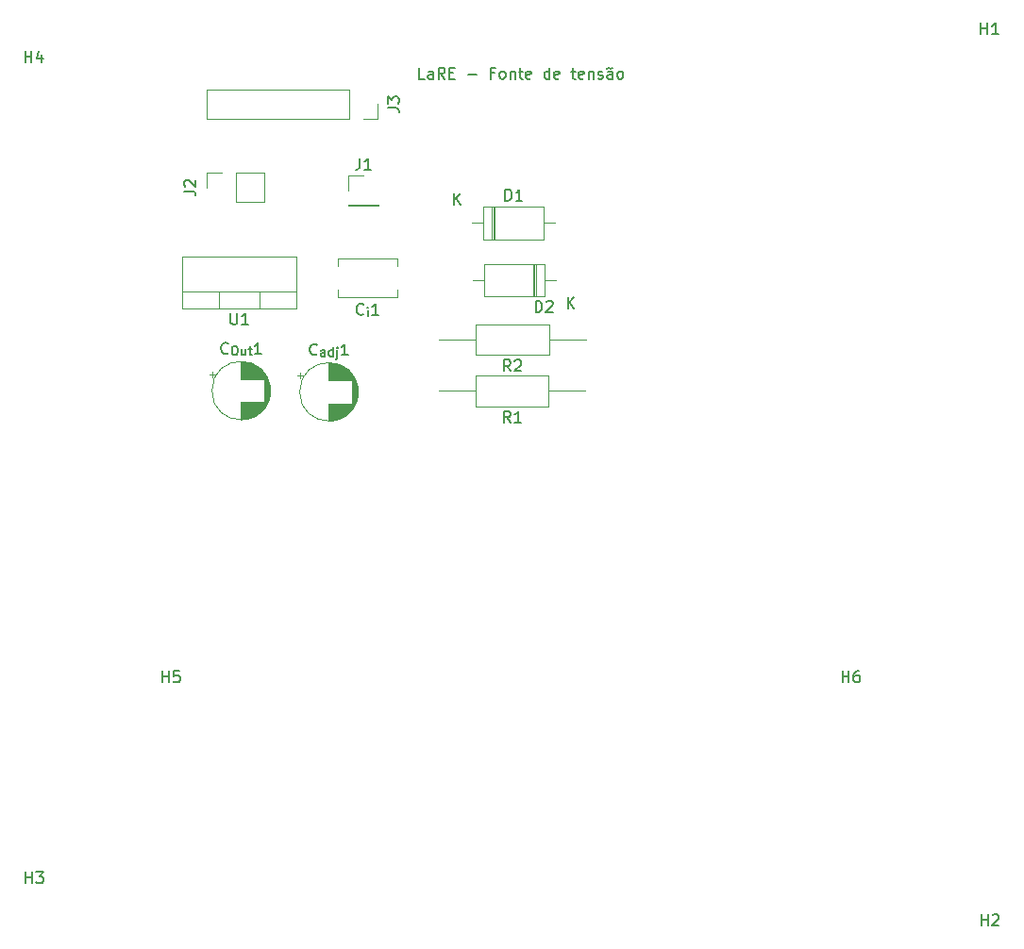
<source format=gbr>
%TF.GenerationSoftware,KiCad,Pcbnew,8.0.3*%
%TF.CreationDate,2024-06-12T06:35:03+01:00*%
%TF.ProjectId,power_sources,706f7765-725f-4736-9f75-726365732e6b,rev?*%
%TF.SameCoordinates,Original*%
%TF.FileFunction,Legend,Top*%
%TF.FilePolarity,Positive*%
%FSLAX46Y46*%
G04 Gerber Fmt 4.6, Leading zero omitted, Abs format (unit mm)*
G04 Created by KiCad (PCBNEW 8.0.3) date 2024-06-12 06:35:03*
%MOMM*%
%LPD*%
G01*
G04 APERTURE LIST*
%ADD10C,0.200000*%
%ADD11C,0.150000*%
%ADD12C,0.120000*%
G04 APERTURE END LIST*
D10*
X130245863Y-45597219D02*
X129769673Y-45597219D01*
X129769673Y-45597219D02*
X129769673Y-44597219D01*
X131007768Y-45597219D02*
X131007768Y-45073409D01*
X131007768Y-45073409D02*
X130960149Y-44978171D01*
X130960149Y-44978171D02*
X130864911Y-44930552D01*
X130864911Y-44930552D02*
X130674435Y-44930552D01*
X130674435Y-44930552D02*
X130579197Y-44978171D01*
X131007768Y-45549600D02*
X130912530Y-45597219D01*
X130912530Y-45597219D02*
X130674435Y-45597219D01*
X130674435Y-45597219D02*
X130579197Y-45549600D01*
X130579197Y-45549600D02*
X130531578Y-45454361D01*
X130531578Y-45454361D02*
X130531578Y-45359123D01*
X130531578Y-45359123D02*
X130579197Y-45263885D01*
X130579197Y-45263885D02*
X130674435Y-45216266D01*
X130674435Y-45216266D02*
X130912530Y-45216266D01*
X130912530Y-45216266D02*
X131007768Y-45168647D01*
X132055387Y-45597219D02*
X131722054Y-45121028D01*
X131483959Y-45597219D02*
X131483959Y-44597219D01*
X131483959Y-44597219D02*
X131864911Y-44597219D01*
X131864911Y-44597219D02*
X131960149Y-44644838D01*
X131960149Y-44644838D02*
X132007768Y-44692457D01*
X132007768Y-44692457D02*
X132055387Y-44787695D01*
X132055387Y-44787695D02*
X132055387Y-44930552D01*
X132055387Y-44930552D02*
X132007768Y-45025790D01*
X132007768Y-45025790D02*
X131960149Y-45073409D01*
X131960149Y-45073409D02*
X131864911Y-45121028D01*
X131864911Y-45121028D02*
X131483959Y-45121028D01*
X132483959Y-45073409D02*
X132817292Y-45073409D01*
X132960149Y-45597219D02*
X132483959Y-45597219D01*
X132483959Y-45597219D02*
X132483959Y-44597219D01*
X132483959Y-44597219D02*
X132960149Y-44597219D01*
X134150626Y-45216266D02*
X134912531Y-45216266D01*
X136483959Y-45073409D02*
X136150626Y-45073409D01*
X136150626Y-45597219D02*
X136150626Y-44597219D01*
X136150626Y-44597219D02*
X136626816Y-44597219D01*
X137150626Y-45597219D02*
X137055388Y-45549600D01*
X137055388Y-45549600D02*
X137007769Y-45501980D01*
X137007769Y-45501980D02*
X136960150Y-45406742D01*
X136960150Y-45406742D02*
X136960150Y-45121028D01*
X136960150Y-45121028D02*
X137007769Y-45025790D01*
X137007769Y-45025790D02*
X137055388Y-44978171D01*
X137055388Y-44978171D02*
X137150626Y-44930552D01*
X137150626Y-44930552D02*
X137293483Y-44930552D01*
X137293483Y-44930552D02*
X137388721Y-44978171D01*
X137388721Y-44978171D02*
X137436340Y-45025790D01*
X137436340Y-45025790D02*
X137483959Y-45121028D01*
X137483959Y-45121028D02*
X137483959Y-45406742D01*
X137483959Y-45406742D02*
X137436340Y-45501980D01*
X137436340Y-45501980D02*
X137388721Y-45549600D01*
X137388721Y-45549600D02*
X137293483Y-45597219D01*
X137293483Y-45597219D02*
X137150626Y-45597219D01*
X137912531Y-44930552D02*
X137912531Y-45597219D01*
X137912531Y-45025790D02*
X137960150Y-44978171D01*
X137960150Y-44978171D02*
X138055388Y-44930552D01*
X138055388Y-44930552D02*
X138198245Y-44930552D01*
X138198245Y-44930552D02*
X138293483Y-44978171D01*
X138293483Y-44978171D02*
X138341102Y-45073409D01*
X138341102Y-45073409D02*
X138341102Y-45597219D01*
X138674436Y-44930552D02*
X139055388Y-44930552D01*
X138817293Y-44597219D02*
X138817293Y-45454361D01*
X138817293Y-45454361D02*
X138864912Y-45549600D01*
X138864912Y-45549600D02*
X138960150Y-45597219D01*
X138960150Y-45597219D02*
X139055388Y-45597219D01*
X139769674Y-45549600D02*
X139674436Y-45597219D01*
X139674436Y-45597219D02*
X139483960Y-45597219D01*
X139483960Y-45597219D02*
X139388722Y-45549600D01*
X139388722Y-45549600D02*
X139341103Y-45454361D01*
X139341103Y-45454361D02*
X139341103Y-45073409D01*
X139341103Y-45073409D02*
X139388722Y-44978171D01*
X139388722Y-44978171D02*
X139483960Y-44930552D01*
X139483960Y-44930552D02*
X139674436Y-44930552D01*
X139674436Y-44930552D02*
X139769674Y-44978171D01*
X139769674Y-44978171D02*
X139817293Y-45073409D01*
X139817293Y-45073409D02*
X139817293Y-45168647D01*
X139817293Y-45168647D02*
X139341103Y-45263885D01*
X141436341Y-45597219D02*
X141436341Y-44597219D01*
X141436341Y-45549600D02*
X141341103Y-45597219D01*
X141341103Y-45597219D02*
X141150627Y-45597219D01*
X141150627Y-45597219D02*
X141055389Y-45549600D01*
X141055389Y-45549600D02*
X141007770Y-45501980D01*
X141007770Y-45501980D02*
X140960151Y-45406742D01*
X140960151Y-45406742D02*
X140960151Y-45121028D01*
X140960151Y-45121028D02*
X141007770Y-45025790D01*
X141007770Y-45025790D02*
X141055389Y-44978171D01*
X141055389Y-44978171D02*
X141150627Y-44930552D01*
X141150627Y-44930552D02*
X141341103Y-44930552D01*
X141341103Y-44930552D02*
X141436341Y-44978171D01*
X142293484Y-45549600D02*
X142198246Y-45597219D01*
X142198246Y-45597219D02*
X142007770Y-45597219D01*
X142007770Y-45597219D02*
X141912532Y-45549600D01*
X141912532Y-45549600D02*
X141864913Y-45454361D01*
X141864913Y-45454361D02*
X141864913Y-45073409D01*
X141864913Y-45073409D02*
X141912532Y-44978171D01*
X141912532Y-44978171D02*
X142007770Y-44930552D01*
X142007770Y-44930552D02*
X142198246Y-44930552D01*
X142198246Y-44930552D02*
X142293484Y-44978171D01*
X142293484Y-44978171D02*
X142341103Y-45073409D01*
X142341103Y-45073409D02*
X142341103Y-45168647D01*
X142341103Y-45168647D02*
X141864913Y-45263885D01*
X143388723Y-44930552D02*
X143769675Y-44930552D01*
X143531580Y-44597219D02*
X143531580Y-45454361D01*
X143531580Y-45454361D02*
X143579199Y-45549600D01*
X143579199Y-45549600D02*
X143674437Y-45597219D01*
X143674437Y-45597219D02*
X143769675Y-45597219D01*
X144483961Y-45549600D02*
X144388723Y-45597219D01*
X144388723Y-45597219D02*
X144198247Y-45597219D01*
X144198247Y-45597219D02*
X144103009Y-45549600D01*
X144103009Y-45549600D02*
X144055390Y-45454361D01*
X144055390Y-45454361D02*
X144055390Y-45073409D01*
X144055390Y-45073409D02*
X144103009Y-44978171D01*
X144103009Y-44978171D02*
X144198247Y-44930552D01*
X144198247Y-44930552D02*
X144388723Y-44930552D01*
X144388723Y-44930552D02*
X144483961Y-44978171D01*
X144483961Y-44978171D02*
X144531580Y-45073409D01*
X144531580Y-45073409D02*
X144531580Y-45168647D01*
X144531580Y-45168647D02*
X144055390Y-45263885D01*
X144960152Y-44930552D02*
X144960152Y-45597219D01*
X144960152Y-45025790D02*
X145007771Y-44978171D01*
X145007771Y-44978171D02*
X145103009Y-44930552D01*
X145103009Y-44930552D02*
X145245866Y-44930552D01*
X145245866Y-44930552D02*
X145341104Y-44978171D01*
X145341104Y-44978171D02*
X145388723Y-45073409D01*
X145388723Y-45073409D02*
X145388723Y-45597219D01*
X145817295Y-45549600D02*
X145912533Y-45597219D01*
X145912533Y-45597219D02*
X146103009Y-45597219D01*
X146103009Y-45597219D02*
X146198247Y-45549600D01*
X146198247Y-45549600D02*
X146245866Y-45454361D01*
X146245866Y-45454361D02*
X146245866Y-45406742D01*
X146245866Y-45406742D02*
X146198247Y-45311504D01*
X146198247Y-45311504D02*
X146103009Y-45263885D01*
X146103009Y-45263885D02*
X145960152Y-45263885D01*
X145960152Y-45263885D02*
X145864914Y-45216266D01*
X145864914Y-45216266D02*
X145817295Y-45121028D01*
X145817295Y-45121028D02*
X145817295Y-45073409D01*
X145817295Y-45073409D02*
X145864914Y-44978171D01*
X145864914Y-44978171D02*
X145960152Y-44930552D01*
X145960152Y-44930552D02*
X146103009Y-44930552D01*
X146103009Y-44930552D02*
X146198247Y-44978171D01*
X147103009Y-45597219D02*
X147103009Y-45073409D01*
X147103009Y-45073409D02*
X147055390Y-44978171D01*
X147055390Y-44978171D02*
X146960152Y-44930552D01*
X146960152Y-44930552D02*
X146769676Y-44930552D01*
X146769676Y-44930552D02*
X146674438Y-44978171D01*
X147103009Y-45549600D02*
X147007771Y-45597219D01*
X147007771Y-45597219D02*
X146769676Y-45597219D01*
X146769676Y-45597219D02*
X146674438Y-45549600D01*
X146674438Y-45549600D02*
X146626819Y-45454361D01*
X146626819Y-45454361D02*
X146626819Y-45359123D01*
X146626819Y-45359123D02*
X146674438Y-45263885D01*
X146674438Y-45263885D02*
X146769676Y-45216266D01*
X146769676Y-45216266D02*
X147007771Y-45216266D01*
X147007771Y-45216266D02*
X147103009Y-45168647D01*
X146626819Y-44692457D02*
X146674438Y-44644838D01*
X146674438Y-44644838D02*
X146769676Y-44597219D01*
X146769676Y-44597219D02*
X146960152Y-44692457D01*
X146960152Y-44692457D02*
X147055390Y-44644838D01*
X147055390Y-44644838D02*
X147103009Y-44597219D01*
X147722057Y-45597219D02*
X147626819Y-45549600D01*
X147626819Y-45549600D02*
X147579200Y-45501980D01*
X147579200Y-45501980D02*
X147531581Y-45406742D01*
X147531581Y-45406742D02*
X147531581Y-45121028D01*
X147531581Y-45121028D02*
X147579200Y-45025790D01*
X147579200Y-45025790D02*
X147626819Y-44978171D01*
X147626819Y-44978171D02*
X147722057Y-44930552D01*
X147722057Y-44930552D02*
X147864914Y-44930552D01*
X147864914Y-44930552D02*
X147960152Y-44978171D01*
X147960152Y-44978171D02*
X148007771Y-45025790D01*
X148007771Y-45025790D02*
X148055390Y-45121028D01*
X148055390Y-45121028D02*
X148055390Y-45406742D01*
X148055390Y-45406742D02*
X148007771Y-45501980D01*
X148007771Y-45501980D02*
X147960152Y-45549600D01*
X147960152Y-45549600D02*
X147864914Y-45597219D01*
X147864914Y-45597219D02*
X147722057Y-45597219D01*
D11*
X108684819Y-55678333D02*
X109399104Y-55678333D01*
X109399104Y-55678333D02*
X109541961Y-55725952D01*
X109541961Y-55725952D02*
X109637200Y-55821190D01*
X109637200Y-55821190D02*
X109684819Y-55964047D01*
X109684819Y-55964047D02*
X109684819Y-56059285D01*
X108780057Y-55249761D02*
X108732438Y-55202142D01*
X108732438Y-55202142D02*
X108684819Y-55106904D01*
X108684819Y-55106904D02*
X108684819Y-54868809D01*
X108684819Y-54868809D02*
X108732438Y-54773571D01*
X108732438Y-54773571D02*
X108780057Y-54725952D01*
X108780057Y-54725952D02*
X108875295Y-54678333D01*
X108875295Y-54678333D02*
X108970533Y-54678333D01*
X108970533Y-54678333D02*
X109113390Y-54725952D01*
X109113390Y-54725952D02*
X109684819Y-55297380D01*
X109684819Y-55297380D02*
X109684819Y-54678333D01*
X140211905Y-66524819D02*
X140211905Y-65524819D01*
X140211905Y-65524819D02*
X140450000Y-65524819D01*
X140450000Y-65524819D02*
X140592857Y-65572438D01*
X140592857Y-65572438D02*
X140688095Y-65667676D01*
X140688095Y-65667676D02*
X140735714Y-65762914D01*
X140735714Y-65762914D02*
X140783333Y-65953390D01*
X140783333Y-65953390D02*
X140783333Y-66096247D01*
X140783333Y-66096247D02*
X140735714Y-66286723D01*
X140735714Y-66286723D02*
X140688095Y-66381961D01*
X140688095Y-66381961D02*
X140592857Y-66477200D01*
X140592857Y-66477200D02*
X140450000Y-66524819D01*
X140450000Y-66524819D02*
X140211905Y-66524819D01*
X141164286Y-65620057D02*
X141211905Y-65572438D01*
X141211905Y-65572438D02*
X141307143Y-65524819D01*
X141307143Y-65524819D02*
X141545238Y-65524819D01*
X141545238Y-65524819D02*
X141640476Y-65572438D01*
X141640476Y-65572438D02*
X141688095Y-65620057D01*
X141688095Y-65620057D02*
X141735714Y-65715295D01*
X141735714Y-65715295D02*
X141735714Y-65810533D01*
X141735714Y-65810533D02*
X141688095Y-65953390D01*
X141688095Y-65953390D02*
X141116667Y-66524819D01*
X141116667Y-66524819D02*
X141735714Y-66524819D01*
X143088095Y-66214819D02*
X143088095Y-65214819D01*
X143659523Y-66214819D02*
X143230952Y-65643390D01*
X143659523Y-65214819D02*
X143088095Y-65786247D01*
X126934819Y-48193333D02*
X127649104Y-48193333D01*
X127649104Y-48193333D02*
X127791961Y-48240952D01*
X127791961Y-48240952D02*
X127887200Y-48336190D01*
X127887200Y-48336190D02*
X127934819Y-48479047D01*
X127934819Y-48479047D02*
X127934819Y-48574285D01*
X126934819Y-47812380D02*
X126934819Y-47193333D01*
X126934819Y-47193333D02*
X127315771Y-47526666D01*
X127315771Y-47526666D02*
X127315771Y-47383809D01*
X127315771Y-47383809D02*
X127363390Y-47288571D01*
X127363390Y-47288571D02*
X127411009Y-47240952D01*
X127411009Y-47240952D02*
X127506247Y-47193333D01*
X127506247Y-47193333D02*
X127744342Y-47193333D01*
X127744342Y-47193333D02*
X127839580Y-47240952D01*
X127839580Y-47240952D02*
X127887200Y-47288571D01*
X127887200Y-47288571D02*
X127934819Y-47383809D01*
X127934819Y-47383809D02*
X127934819Y-47669523D01*
X127934819Y-47669523D02*
X127887200Y-47764761D01*
X127887200Y-47764761D02*
X127839580Y-47812380D01*
X137943333Y-71824819D02*
X137610000Y-71348628D01*
X137371905Y-71824819D02*
X137371905Y-70824819D01*
X137371905Y-70824819D02*
X137752857Y-70824819D01*
X137752857Y-70824819D02*
X137848095Y-70872438D01*
X137848095Y-70872438D02*
X137895714Y-70920057D01*
X137895714Y-70920057D02*
X137943333Y-71015295D01*
X137943333Y-71015295D02*
X137943333Y-71158152D01*
X137943333Y-71158152D02*
X137895714Y-71253390D01*
X137895714Y-71253390D02*
X137848095Y-71301009D01*
X137848095Y-71301009D02*
X137752857Y-71348628D01*
X137752857Y-71348628D02*
X137371905Y-71348628D01*
X138324286Y-70920057D02*
X138371905Y-70872438D01*
X138371905Y-70872438D02*
X138467143Y-70824819D01*
X138467143Y-70824819D02*
X138705238Y-70824819D01*
X138705238Y-70824819D02*
X138800476Y-70872438D01*
X138800476Y-70872438D02*
X138848095Y-70920057D01*
X138848095Y-70920057D02*
X138895714Y-71015295D01*
X138895714Y-71015295D02*
X138895714Y-71110533D01*
X138895714Y-71110533D02*
X138848095Y-71253390D01*
X138848095Y-71253390D02*
X138276667Y-71824819D01*
X138276667Y-71824819D02*
X138895714Y-71824819D01*
X112838095Y-66634819D02*
X112838095Y-67444342D01*
X112838095Y-67444342D02*
X112885714Y-67539580D01*
X112885714Y-67539580D02*
X112933333Y-67587200D01*
X112933333Y-67587200D02*
X113028571Y-67634819D01*
X113028571Y-67634819D02*
X113219047Y-67634819D01*
X113219047Y-67634819D02*
X113314285Y-67587200D01*
X113314285Y-67587200D02*
X113361904Y-67539580D01*
X113361904Y-67539580D02*
X113409523Y-67444342D01*
X113409523Y-67444342D02*
X113409523Y-66634819D01*
X114409523Y-67634819D02*
X113838095Y-67634819D01*
X114123809Y-67634819D02*
X114123809Y-66634819D01*
X114123809Y-66634819D02*
X114028571Y-66777676D01*
X114028571Y-66777676D02*
X113933333Y-66872914D01*
X113933333Y-66872914D02*
X113838095Y-66920533D01*
X137471905Y-56524819D02*
X137471905Y-55524819D01*
X137471905Y-55524819D02*
X137710000Y-55524819D01*
X137710000Y-55524819D02*
X137852857Y-55572438D01*
X137852857Y-55572438D02*
X137948095Y-55667676D01*
X137948095Y-55667676D02*
X137995714Y-55762914D01*
X137995714Y-55762914D02*
X138043333Y-55953390D01*
X138043333Y-55953390D02*
X138043333Y-56096247D01*
X138043333Y-56096247D02*
X137995714Y-56286723D01*
X137995714Y-56286723D02*
X137948095Y-56381961D01*
X137948095Y-56381961D02*
X137852857Y-56477200D01*
X137852857Y-56477200D02*
X137710000Y-56524819D01*
X137710000Y-56524819D02*
X137471905Y-56524819D01*
X138995714Y-56524819D02*
X138424286Y-56524819D01*
X138710000Y-56524819D02*
X138710000Y-55524819D01*
X138710000Y-55524819D02*
X138614762Y-55667676D01*
X138614762Y-55667676D02*
X138519524Y-55762914D01*
X138519524Y-55762914D02*
X138424286Y-55810533D01*
X132868095Y-56894819D02*
X132868095Y-55894819D01*
X133439523Y-56894819D02*
X133010952Y-56323390D01*
X133439523Y-55894819D02*
X132868095Y-56466247D01*
X180148095Y-41584819D02*
X180148095Y-40584819D01*
X180148095Y-41061009D02*
X180719523Y-41061009D01*
X180719523Y-41584819D02*
X180719523Y-40584819D01*
X181719523Y-41584819D02*
X181148095Y-41584819D01*
X181433809Y-41584819D02*
X181433809Y-40584819D01*
X181433809Y-40584819D02*
X181338571Y-40727676D01*
X181338571Y-40727676D02*
X181243333Y-40822914D01*
X181243333Y-40822914D02*
X181148095Y-40870533D01*
X167718095Y-99754819D02*
X167718095Y-98754819D01*
X167718095Y-99231009D02*
X168289523Y-99231009D01*
X168289523Y-99754819D02*
X168289523Y-98754819D01*
X169194285Y-98754819D02*
X169003809Y-98754819D01*
X169003809Y-98754819D02*
X168908571Y-98802438D01*
X168908571Y-98802438D02*
X168860952Y-98850057D01*
X168860952Y-98850057D02*
X168765714Y-98992914D01*
X168765714Y-98992914D02*
X168718095Y-99183390D01*
X168718095Y-99183390D02*
X168718095Y-99564342D01*
X168718095Y-99564342D02*
X168765714Y-99659580D01*
X168765714Y-99659580D02*
X168813333Y-99707200D01*
X168813333Y-99707200D02*
X168908571Y-99754819D01*
X168908571Y-99754819D02*
X169099047Y-99754819D01*
X169099047Y-99754819D02*
X169194285Y-99707200D01*
X169194285Y-99707200D02*
X169241904Y-99659580D01*
X169241904Y-99659580D02*
X169289523Y-99564342D01*
X169289523Y-99564342D02*
X169289523Y-99326247D01*
X169289523Y-99326247D02*
X169241904Y-99231009D01*
X169241904Y-99231009D02*
X169194285Y-99183390D01*
X169194285Y-99183390D02*
X169099047Y-99135771D01*
X169099047Y-99135771D02*
X168908571Y-99135771D01*
X168908571Y-99135771D02*
X168813333Y-99183390D01*
X168813333Y-99183390D02*
X168765714Y-99231009D01*
X168765714Y-99231009D02*
X168718095Y-99326247D01*
X124752857Y-66679580D02*
X124705238Y-66727200D01*
X124705238Y-66727200D02*
X124562381Y-66774819D01*
X124562381Y-66774819D02*
X124467143Y-66774819D01*
X124467143Y-66774819D02*
X124324286Y-66727200D01*
X124324286Y-66727200D02*
X124229048Y-66631961D01*
X124229048Y-66631961D02*
X124181429Y-66536723D01*
X124181429Y-66536723D02*
X124133810Y-66346247D01*
X124133810Y-66346247D02*
X124133810Y-66203390D01*
X124133810Y-66203390D02*
X124181429Y-66012914D01*
X124181429Y-66012914D02*
X124229048Y-65917676D01*
X124229048Y-65917676D02*
X124324286Y-65822438D01*
X124324286Y-65822438D02*
X124467143Y-65774819D01*
X124467143Y-65774819D02*
X124562381Y-65774819D01*
X124562381Y-65774819D02*
X124705238Y-65822438D01*
X124705238Y-65822438D02*
X124752857Y-65870057D01*
X125133810Y-66885295D02*
X125133810Y-66351961D01*
X125133810Y-66085295D02*
X125095714Y-66123390D01*
X125095714Y-66123390D02*
X125133810Y-66161485D01*
X125133810Y-66161485D02*
X125171905Y-66123390D01*
X125171905Y-66123390D02*
X125133810Y-66085295D01*
X125133810Y-66085295D02*
X125133810Y-66161485D01*
X126086190Y-66774819D02*
X125514762Y-66774819D01*
X125800476Y-66774819D02*
X125800476Y-65774819D01*
X125800476Y-65774819D02*
X125705238Y-65917676D01*
X125705238Y-65917676D02*
X125610000Y-66012914D01*
X125610000Y-66012914D02*
X125514762Y-66060533D01*
X137933333Y-76434819D02*
X137600000Y-75958628D01*
X137361905Y-76434819D02*
X137361905Y-75434819D01*
X137361905Y-75434819D02*
X137742857Y-75434819D01*
X137742857Y-75434819D02*
X137838095Y-75482438D01*
X137838095Y-75482438D02*
X137885714Y-75530057D01*
X137885714Y-75530057D02*
X137933333Y-75625295D01*
X137933333Y-75625295D02*
X137933333Y-75768152D01*
X137933333Y-75768152D02*
X137885714Y-75863390D01*
X137885714Y-75863390D02*
X137838095Y-75911009D01*
X137838095Y-75911009D02*
X137742857Y-75958628D01*
X137742857Y-75958628D02*
X137361905Y-75958628D01*
X138885714Y-76434819D02*
X138314286Y-76434819D01*
X138600000Y-76434819D02*
X138600000Y-75434819D01*
X138600000Y-75434819D02*
X138504762Y-75577676D01*
X138504762Y-75577676D02*
X138409524Y-75672914D01*
X138409524Y-75672914D02*
X138314286Y-75720533D01*
X106718095Y-99744819D02*
X106718095Y-98744819D01*
X106718095Y-99221009D02*
X107289523Y-99221009D01*
X107289523Y-99744819D02*
X107289523Y-98744819D01*
X108241904Y-98744819D02*
X107765714Y-98744819D01*
X107765714Y-98744819D02*
X107718095Y-99221009D01*
X107718095Y-99221009D02*
X107765714Y-99173390D01*
X107765714Y-99173390D02*
X107860952Y-99125771D01*
X107860952Y-99125771D02*
X108099047Y-99125771D01*
X108099047Y-99125771D02*
X108194285Y-99173390D01*
X108194285Y-99173390D02*
X108241904Y-99221009D01*
X108241904Y-99221009D02*
X108289523Y-99316247D01*
X108289523Y-99316247D02*
X108289523Y-99554342D01*
X108289523Y-99554342D02*
X108241904Y-99649580D01*
X108241904Y-99649580D02*
X108194285Y-99697200D01*
X108194285Y-99697200D02*
X108099047Y-99744819D01*
X108099047Y-99744819D02*
X107860952Y-99744819D01*
X107860952Y-99744819D02*
X107765714Y-99697200D01*
X107765714Y-99697200D02*
X107718095Y-99649580D01*
X120569047Y-70299580D02*
X120521428Y-70347200D01*
X120521428Y-70347200D02*
X120378571Y-70394819D01*
X120378571Y-70394819D02*
X120283333Y-70394819D01*
X120283333Y-70394819D02*
X120140476Y-70347200D01*
X120140476Y-70347200D02*
X120045238Y-70251961D01*
X120045238Y-70251961D02*
X119997619Y-70156723D01*
X119997619Y-70156723D02*
X119950000Y-69966247D01*
X119950000Y-69966247D02*
X119950000Y-69823390D01*
X119950000Y-69823390D02*
X119997619Y-69632914D01*
X119997619Y-69632914D02*
X120045238Y-69537676D01*
X120045238Y-69537676D02*
X120140476Y-69442438D01*
X120140476Y-69442438D02*
X120283333Y-69394819D01*
X120283333Y-69394819D02*
X120378571Y-69394819D01*
X120378571Y-69394819D02*
X120521428Y-69442438D01*
X120521428Y-69442438D02*
X120569047Y-69490057D01*
X121292857Y-70505295D02*
X121292857Y-70086247D01*
X121292857Y-70086247D02*
X121254762Y-70010057D01*
X121254762Y-70010057D02*
X121178571Y-69971961D01*
X121178571Y-69971961D02*
X121026190Y-69971961D01*
X121026190Y-69971961D02*
X120950000Y-70010057D01*
X121292857Y-70467200D02*
X121216666Y-70505295D01*
X121216666Y-70505295D02*
X121026190Y-70505295D01*
X121026190Y-70505295D02*
X120950000Y-70467200D01*
X120950000Y-70467200D02*
X120911904Y-70391009D01*
X120911904Y-70391009D02*
X120911904Y-70314819D01*
X120911904Y-70314819D02*
X120950000Y-70238628D01*
X120950000Y-70238628D02*
X121026190Y-70200533D01*
X121026190Y-70200533D02*
X121216666Y-70200533D01*
X121216666Y-70200533D02*
X121292857Y-70162438D01*
X122016667Y-70505295D02*
X122016667Y-69705295D01*
X122016667Y-70467200D02*
X121940476Y-70505295D01*
X121940476Y-70505295D02*
X121788095Y-70505295D01*
X121788095Y-70505295D02*
X121711905Y-70467200D01*
X121711905Y-70467200D02*
X121673810Y-70429104D01*
X121673810Y-70429104D02*
X121635714Y-70352914D01*
X121635714Y-70352914D02*
X121635714Y-70124342D01*
X121635714Y-70124342D02*
X121673810Y-70048152D01*
X121673810Y-70048152D02*
X121711905Y-70010057D01*
X121711905Y-70010057D02*
X121788095Y-69971961D01*
X121788095Y-69971961D02*
X121940476Y-69971961D01*
X121940476Y-69971961D02*
X122016667Y-70010057D01*
X122397620Y-69971961D02*
X122397620Y-70657676D01*
X122397620Y-70657676D02*
X122359524Y-70733866D01*
X122359524Y-70733866D02*
X122283334Y-70771961D01*
X122283334Y-70771961D02*
X122245239Y-70771961D01*
X122397620Y-69705295D02*
X122359524Y-69743390D01*
X122359524Y-69743390D02*
X122397620Y-69781485D01*
X122397620Y-69781485D02*
X122435715Y-69743390D01*
X122435715Y-69743390D02*
X122397620Y-69705295D01*
X122397620Y-69705295D02*
X122397620Y-69781485D01*
X123350000Y-70394819D02*
X122778572Y-70394819D01*
X123064286Y-70394819D02*
X123064286Y-69394819D01*
X123064286Y-69394819D02*
X122969048Y-69537676D01*
X122969048Y-69537676D02*
X122873810Y-69632914D01*
X122873810Y-69632914D02*
X122778572Y-69680533D01*
X124416666Y-52734819D02*
X124416666Y-53449104D01*
X124416666Y-53449104D02*
X124369047Y-53591961D01*
X124369047Y-53591961D02*
X124273809Y-53687200D01*
X124273809Y-53687200D02*
X124130952Y-53734819D01*
X124130952Y-53734819D02*
X124035714Y-53734819D01*
X125416666Y-53734819D02*
X124845238Y-53734819D01*
X125130952Y-53734819D02*
X125130952Y-52734819D01*
X125130952Y-52734819D02*
X125035714Y-52877676D01*
X125035714Y-52877676D02*
X124940476Y-52972914D01*
X124940476Y-52972914D02*
X124845238Y-53020533D01*
X94408095Y-44114819D02*
X94408095Y-43114819D01*
X94408095Y-43591009D02*
X94979523Y-43591009D01*
X94979523Y-44114819D02*
X94979523Y-43114819D01*
X95884285Y-43448152D02*
X95884285Y-44114819D01*
X95646190Y-43067200D02*
X95408095Y-43781485D01*
X95408095Y-43781485D02*
X96027142Y-43781485D01*
X180188095Y-121594819D02*
X180188095Y-120594819D01*
X180188095Y-121071009D02*
X180759523Y-121071009D01*
X180759523Y-121594819D02*
X180759523Y-120594819D01*
X181188095Y-120690057D02*
X181235714Y-120642438D01*
X181235714Y-120642438D02*
X181330952Y-120594819D01*
X181330952Y-120594819D02*
X181569047Y-120594819D01*
X181569047Y-120594819D02*
X181664285Y-120642438D01*
X181664285Y-120642438D02*
X181711904Y-120690057D01*
X181711904Y-120690057D02*
X181759523Y-120785295D01*
X181759523Y-120785295D02*
X181759523Y-120880533D01*
X181759523Y-120880533D02*
X181711904Y-121023390D01*
X181711904Y-121023390D02*
X181140476Y-121594819D01*
X181140476Y-121594819D02*
X181759523Y-121594819D01*
X112598709Y-70189580D02*
X112551090Y-70237200D01*
X112551090Y-70237200D02*
X112408233Y-70284819D01*
X112408233Y-70284819D02*
X112312995Y-70284819D01*
X112312995Y-70284819D02*
X112170138Y-70237200D01*
X112170138Y-70237200D02*
X112074900Y-70141961D01*
X112074900Y-70141961D02*
X112027281Y-70046723D01*
X112027281Y-70046723D02*
X111979662Y-69856247D01*
X111979662Y-69856247D02*
X111979662Y-69713390D01*
X111979662Y-69713390D02*
X112027281Y-69522914D01*
X112027281Y-69522914D02*
X112074900Y-69427676D01*
X112074900Y-69427676D02*
X112170138Y-69332438D01*
X112170138Y-69332438D02*
X112312995Y-69284819D01*
X112312995Y-69284819D02*
X112408233Y-69284819D01*
X112408233Y-69284819D02*
X112551090Y-69332438D01*
X112551090Y-69332438D02*
X112598709Y-69380057D01*
X113132043Y-69595295D02*
X113284424Y-69595295D01*
X113284424Y-69595295D02*
X113360614Y-69633390D01*
X113360614Y-69633390D02*
X113436805Y-69709580D01*
X113436805Y-69709580D02*
X113474900Y-69861961D01*
X113474900Y-69861961D02*
X113474900Y-70128628D01*
X113474900Y-70128628D02*
X113436805Y-70281009D01*
X113436805Y-70281009D02*
X113360614Y-70357200D01*
X113360614Y-70357200D02*
X113284424Y-70395295D01*
X113284424Y-70395295D02*
X113132043Y-70395295D01*
X113132043Y-70395295D02*
X113055852Y-70357200D01*
X113055852Y-70357200D02*
X112979662Y-70281009D01*
X112979662Y-70281009D02*
X112941566Y-70128628D01*
X112941566Y-70128628D02*
X112941566Y-69861961D01*
X112941566Y-69861961D02*
X112979662Y-69709580D01*
X112979662Y-69709580D02*
X113055852Y-69633390D01*
X113055852Y-69633390D02*
X113132043Y-69595295D01*
X114160614Y-69861961D02*
X114160614Y-70395295D01*
X113817757Y-69861961D02*
X113817757Y-70281009D01*
X113817757Y-70281009D02*
X113855852Y-70357200D01*
X113855852Y-70357200D02*
X113932042Y-70395295D01*
X113932042Y-70395295D02*
X114046328Y-70395295D01*
X114046328Y-70395295D02*
X114122519Y-70357200D01*
X114122519Y-70357200D02*
X114160614Y-70319104D01*
X114427281Y-69861961D02*
X114732043Y-69861961D01*
X114541567Y-69595295D02*
X114541567Y-70281009D01*
X114541567Y-70281009D02*
X114579662Y-70357200D01*
X114579662Y-70357200D02*
X114655852Y-70395295D01*
X114655852Y-70395295D02*
X114732043Y-70395295D01*
X115570138Y-70284819D02*
X114998710Y-70284819D01*
X115284424Y-70284819D02*
X115284424Y-69284819D01*
X115284424Y-69284819D02*
X115189186Y-69427676D01*
X115189186Y-69427676D02*
X115093948Y-69522914D01*
X115093948Y-69522914D02*
X114998710Y-69570533D01*
X94448095Y-117794819D02*
X94448095Y-116794819D01*
X94448095Y-117271009D02*
X95019523Y-117271009D01*
X95019523Y-117794819D02*
X95019523Y-116794819D01*
X95400476Y-116794819D02*
X96019523Y-116794819D01*
X96019523Y-116794819D02*
X95686190Y-117175771D01*
X95686190Y-117175771D02*
X95829047Y-117175771D01*
X95829047Y-117175771D02*
X95924285Y-117223390D01*
X95924285Y-117223390D02*
X95971904Y-117271009D01*
X95971904Y-117271009D02*
X96019523Y-117366247D01*
X96019523Y-117366247D02*
X96019523Y-117604342D01*
X96019523Y-117604342D02*
X95971904Y-117699580D01*
X95971904Y-117699580D02*
X95924285Y-117747200D01*
X95924285Y-117747200D02*
X95829047Y-117794819D01*
X95829047Y-117794819D02*
X95543333Y-117794819D01*
X95543333Y-117794819D02*
X95448095Y-117747200D01*
X95448095Y-117747200D02*
X95400476Y-117699580D01*
D12*
%TO.C,J2*%
X110670000Y-54015000D02*
X112000000Y-54015000D01*
X110670000Y-55345000D02*
X110670000Y-54015000D01*
X113270000Y-54015000D02*
X115870000Y-54015000D01*
X113270000Y-56675000D02*
X113270000Y-54015000D01*
X113270000Y-56675000D02*
X115870000Y-56675000D01*
X115870000Y-56675000D02*
X115870000Y-54015000D01*
%TO.C,D2*%
X134530000Y-63660000D02*
X135550000Y-63660000D01*
X135550000Y-62190000D02*
X135550000Y-65130000D01*
X135550000Y-65130000D02*
X140990000Y-65130000D01*
X139970000Y-65130000D02*
X139970000Y-62190000D01*
X140090000Y-65130000D02*
X140090000Y-62190000D01*
X140210000Y-65130000D02*
X140210000Y-62190000D01*
X140990000Y-62190000D02*
X135550000Y-62190000D01*
X140990000Y-65130000D02*
X140990000Y-62190000D01*
X142010000Y-63660000D02*
X140990000Y-63660000D01*
%TO.C,J3*%
X110680000Y-46530000D02*
X110680000Y-49190000D01*
X123440000Y-46530000D02*
X110680000Y-46530000D01*
X123440000Y-46530000D02*
X123440000Y-49190000D01*
X123440000Y-49190000D02*
X110680000Y-49190000D01*
X126040000Y-47860000D02*
X126040000Y-49190000D01*
X126040000Y-49190000D02*
X124710000Y-49190000D01*
%TO.C,R2*%
X131530000Y-69000000D02*
X134840000Y-69000000D01*
X134840000Y-67630000D02*
X134840000Y-70370000D01*
X134840000Y-70370000D02*
X141380000Y-70370000D01*
X141380000Y-67630000D02*
X134840000Y-67630000D01*
X141380000Y-70370000D02*
X141380000Y-67630000D01*
X144690000Y-69000000D02*
X141380000Y-69000000D01*
%TO.C,U1*%
X108480000Y-66180000D02*
X108480000Y-61539000D01*
X111749000Y-66180000D02*
X111749000Y-64670000D01*
X115450000Y-66180000D02*
X115450000Y-64670000D01*
X118720000Y-61539000D02*
X108480000Y-61539000D01*
X118720000Y-64670000D02*
X108480000Y-64670000D01*
X118720000Y-66180000D02*
X108480000Y-66180000D01*
X118720000Y-66180000D02*
X118720000Y-61539000D01*
%TO.C,D1*%
X134470000Y-58540000D02*
X135490000Y-58540000D01*
X135490000Y-57070000D02*
X135490000Y-60010000D01*
X135490000Y-60010000D02*
X140930000Y-60010000D01*
X136270000Y-57070000D02*
X136270000Y-60010000D01*
X136390000Y-57070000D02*
X136390000Y-60010000D01*
X136510000Y-57070000D02*
X136510000Y-60010000D01*
X140930000Y-57070000D02*
X135490000Y-57070000D01*
X140930000Y-60010000D02*
X140930000Y-57070000D01*
X141950000Y-58540000D02*
X140930000Y-58540000D01*
%TO.C,C_{i}1*%
X122440000Y-62415000D02*
X122440000Y-61749000D01*
X122440000Y-65191000D02*
X122440000Y-64525000D01*
X127780000Y-61749000D02*
X122440000Y-61749000D01*
X127780000Y-62415000D02*
X127780000Y-61749000D01*
X127780000Y-65191000D02*
X122440000Y-65191000D01*
X127780000Y-65191000D02*
X127780000Y-64525000D01*
%TO.C,R1*%
X131520000Y-73610000D02*
X134830000Y-73610000D01*
X134830000Y-72240000D02*
X134830000Y-74980000D01*
X134830000Y-74980000D02*
X141370000Y-74980000D01*
X141370000Y-72240000D02*
X134830000Y-72240000D01*
X141370000Y-74980000D02*
X141370000Y-72240000D01*
X144680000Y-73610000D02*
X141370000Y-73610000D01*
%TO.C,C_{adj}1*%
X118845225Y-72215000D02*
X119345225Y-72215000D01*
X119095225Y-71965000D02*
X119095225Y-72465000D01*
X121650000Y-71110000D02*
X121650000Y-72650000D01*
X121650000Y-74730000D02*
X121650000Y-76270000D01*
X121690000Y-71110000D02*
X121690000Y-72650000D01*
X121690000Y-74730000D02*
X121690000Y-76270000D01*
X121730000Y-71111000D02*
X121730000Y-72650000D01*
X121730000Y-74730000D02*
X121730000Y-76269000D01*
X121770000Y-71112000D02*
X121770000Y-72650000D01*
X121770000Y-74730000D02*
X121770000Y-76268000D01*
X121810000Y-71114000D02*
X121810000Y-72650000D01*
X121810000Y-74730000D02*
X121810000Y-76266000D01*
X121850000Y-71117000D02*
X121850000Y-72650000D01*
X121850000Y-74730000D02*
X121850000Y-76263000D01*
X121890000Y-71121000D02*
X121890000Y-72650000D01*
X121890000Y-74730000D02*
X121890000Y-76259000D01*
X121930000Y-71125000D02*
X121930000Y-72650000D01*
X121930000Y-74730000D02*
X121930000Y-76255000D01*
X121970000Y-71129000D02*
X121970000Y-72650000D01*
X121970000Y-74730000D02*
X121970000Y-76251000D01*
X122010000Y-71134000D02*
X122010000Y-72650000D01*
X122010000Y-74730000D02*
X122010000Y-76246000D01*
X122050000Y-71140000D02*
X122050000Y-72650000D01*
X122050000Y-74730000D02*
X122050000Y-76240000D01*
X122090000Y-71147000D02*
X122090000Y-72650000D01*
X122090000Y-74730000D02*
X122090000Y-76233000D01*
X122130000Y-71154000D02*
X122130000Y-72650000D01*
X122130000Y-74730000D02*
X122130000Y-76226000D01*
X122170000Y-71162000D02*
X122170000Y-72650000D01*
X122170000Y-74730000D02*
X122170000Y-76218000D01*
X122210000Y-71170000D02*
X122210000Y-72650000D01*
X122210000Y-74730000D02*
X122210000Y-76210000D01*
X122250000Y-71179000D02*
X122250000Y-72650000D01*
X122250000Y-74730000D02*
X122250000Y-76201000D01*
X122290000Y-71189000D02*
X122290000Y-72650000D01*
X122290000Y-74730000D02*
X122290000Y-76191000D01*
X122330000Y-71199000D02*
X122330000Y-72650000D01*
X122330000Y-74730000D02*
X122330000Y-76181000D01*
X122371000Y-71210000D02*
X122371000Y-72650000D01*
X122371000Y-74730000D02*
X122371000Y-76170000D01*
X122411000Y-71222000D02*
X122411000Y-72650000D01*
X122411000Y-74730000D02*
X122411000Y-76158000D01*
X122451000Y-71235000D02*
X122451000Y-72650000D01*
X122451000Y-74730000D02*
X122451000Y-76145000D01*
X122491000Y-71248000D02*
X122491000Y-72650000D01*
X122491000Y-74730000D02*
X122491000Y-76132000D01*
X122531000Y-71262000D02*
X122531000Y-72650000D01*
X122531000Y-74730000D02*
X122531000Y-76118000D01*
X122571000Y-71276000D02*
X122571000Y-72650000D01*
X122571000Y-74730000D02*
X122571000Y-76104000D01*
X122611000Y-71292000D02*
X122611000Y-72650000D01*
X122611000Y-74730000D02*
X122611000Y-76088000D01*
X122651000Y-71308000D02*
X122651000Y-72650000D01*
X122651000Y-74730000D02*
X122651000Y-76072000D01*
X122691000Y-71325000D02*
X122691000Y-72650000D01*
X122691000Y-74730000D02*
X122691000Y-76055000D01*
X122731000Y-71342000D02*
X122731000Y-72650000D01*
X122731000Y-74730000D02*
X122731000Y-76038000D01*
X122771000Y-71361000D02*
X122771000Y-72650000D01*
X122771000Y-74730000D02*
X122771000Y-76019000D01*
X122811000Y-71380000D02*
X122811000Y-72650000D01*
X122811000Y-74730000D02*
X122811000Y-76000000D01*
X122851000Y-71400000D02*
X122851000Y-72650000D01*
X122851000Y-74730000D02*
X122851000Y-75980000D01*
X122891000Y-71422000D02*
X122891000Y-72650000D01*
X122891000Y-74730000D02*
X122891000Y-75958000D01*
X122931000Y-71443000D02*
X122931000Y-72650000D01*
X122931000Y-74730000D02*
X122931000Y-75937000D01*
X122971000Y-71466000D02*
X122971000Y-72650000D01*
X122971000Y-74730000D02*
X122971000Y-75914000D01*
X123011000Y-71490000D02*
X123011000Y-72650000D01*
X123011000Y-74730000D02*
X123011000Y-75890000D01*
X123051000Y-71515000D02*
X123051000Y-72650000D01*
X123051000Y-74730000D02*
X123051000Y-75865000D01*
X123091000Y-71541000D02*
X123091000Y-72650000D01*
X123091000Y-74730000D02*
X123091000Y-75839000D01*
X123131000Y-71568000D02*
X123131000Y-72650000D01*
X123131000Y-74730000D02*
X123131000Y-75812000D01*
X123171000Y-71595000D02*
X123171000Y-72650000D01*
X123171000Y-74730000D02*
X123171000Y-75785000D01*
X123211000Y-71625000D02*
X123211000Y-72650000D01*
X123211000Y-74730000D02*
X123211000Y-75755000D01*
X123251000Y-71655000D02*
X123251000Y-72650000D01*
X123251000Y-74730000D02*
X123251000Y-75725000D01*
X123291000Y-71686000D02*
X123291000Y-72650000D01*
X123291000Y-74730000D02*
X123291000Y-75694000D01*
X123331000Y-71719000D02*
X123331000Y-72650000D01*
X123331000Y-74730000D02*
X123331000Y-75661000D01*
X123371000Y-71753000D02*
X123371000Y-72650000D01*
X123371000Y-74730000D02*
X123371000Y-75627000D01*
X123411000Y-71789000D02*
X123411000Y-72650000D01*
X123411000Y-74730000D02*
X123411000Y-75591000D01*
X123451000Y-71826000D02*
X123451000Y-72650000D01*
X123451000Y-74730000D02*
X123451000Y-75554000D01*
X123491000Y-71864000D02*
X123491000Y-72650000D01*
X123491000Y-74730000D02*
X123491000Y-75516000D01*
X123531000Y-71905000D02*
X123531000Y-72650000D01*
X123531000Y-74730000D02*
X123531000Y-75475000D01*
X123571000Y-71947000D02*
X123571000Y-72650000D01*
X123571000Y-74730000D02*
X123571000Y-75433000D01*
X123611000Y-71991000D02*
X123611000Y-72650000D01*
X123611000Y-74730000D02*
X123611000Y-75389000D01*
X123651000Y-72037000D02*
X123651000Y-72650000D01*
X123651000Y-74730000D02*
X123651000Y-75343000D01*
X123691000Y-72085000D02*
X123691000Y-75295000D01*
X123731000Y-72136000D02*
X123731000Y-75244000D01*
X123771000Y-72190000D02*
X123771000Y-75190000D01*
X123811000Y-72247000D02*
X123811000Y-75133000D01*
X123851000Y-72307000D02*
X123851000Y-75073000D01*
X123891000Y-72371000D02*
X123891000Y-75009000D01*
X123931000Y-72439000D02*
X123931000Y-74941000D01*
X123971000Y-72512000D02*
X123971000Y-74868000D01*
X124011000Y-72592000D02*
X124011000Y-74788000D01*
X124051000Y-72679000D02*
X124051000Y-74701000D01*
X124091000Y-72775000D02*
X124091000Y-74605000D01*
X124131000Y-72885000D02*
X124131000Y-74495000D01*
X124171000Y-73013000D02*
X124171000Y-74367000D01*
X124211000Y-73172000D02*
X124211000Y-74208000D01*
X124251000Y-73406000D02*
X124251000Y-73974000D01*
X124270000Y-73690000D02*
G75*
G02*
X119030000Y-73690000I-2620000J0D01*
G01*
X119030000Y-73690000D02*
G75*
G02*
X124270000Y-73690000I2620000J0D01*
G01*
%TO.C,J1*%
X123420000Y-54280000D02*
X124750000Y-54280000D01*
X123420000Y-55610000D02*
X123420000Y-54280000D01*
X123420000Y-56880000D02*
X123420000Y-56940000D01*
X123420000Y-56880000D02*
X126080000Y-56880000D01*
X123420000Y-56940000D02*
X126080000Y-56940000D01*
X126080000Y-56880000D02*
X126080000Y-56940000D01*
%TO.C,C_{Out}1*%
X110970125Y-72105000D02*
X111470125Y-72105000D01*
X111220125Y-71855000D02*
X111220125Y-72355000D01*
X113774900Y-71000000D02*
X113774900Y-72540000D01*
X113774900Y-74620000D02*
X113774900Y-76160000D01*
X113814900Y-71000000D02*
X113814900Y-72540000D01*
X113814900Y-74620000D02*
X113814900Y-76160000D01*
X113854900Y-71001000D02*
X113854900Y-72540000D01*
X113854900Y-74620000D02*
X113854900Y-76159000D01*
X113894900Y-71002000D02*
X113894900Y-72540000D01*
X113894900Y-74620000D02*
X113894900Y-76158000D01*
X113934900Y-71004000D02*
X113934900Y-72540000D01*
X113934900Y-74620000D02*
X113934900Y-76156000D01*
X113974900Y-71007000D02*
X113974900Y-72540000D01*
X113974900Y-74620000D02*
X113974900Y-76153000D01*
X114014900Y-71011000D02*
X114014900Y-72540000D01*
X114014900Y-74620000D02*
X114014900Y-76149000D01*
X114054900Y-71015000D02*
X114054900Y-72540000D01*
X114054900Y-74620000D02*
X114054900Y-76145000D01*
X114094900Y-71019000D02*
X114094900Y-72540000D01*
X114094900Y-74620000D02*
X114094900Y-76141000D01*
X114134900Y-71024000D02*
X114134900Y-72540000D01*
X114134900Y-74620000D02*
X114134900Y-76136000D01*
X114174900Y-71030000D02*
X114174900Y-72540000D01*
X114174900Y-74620000D02*
X114174900Y-76130000D01*
X114214900Y-71037000D02*
X114214900Y-72540000D01*
X114214900Y-74620000D02*
X114214900Y-76123000D01*
X114254900Y-71044000D02*
X114254900Y-72540000D01*
X114254900Y-74620000D02*
X114254900Y-76116000D01*
X114294900Y-71052000D02*
X114294900Y-72540000D01*
X114294900Y-74620000D02*
X114294900Y-76108000D01*
X114334900Y-71060000D02*
X114334900Y-72540000D01*
X114334900Y-74620000D02*
X114334900Y-76100000D01*
X114374900Y-71069000D02*
X114374900Y-72540000D01*
X114374900Y-74620000D02*
X114374900Y-76091000D01*
X114414900Y-71079000D02*
X114414900Y-72540000D01*
X114414900Y-74620000D02*
X114414900Y-76081000D01*
X114454900Y-71089000D02*
X114454900Y-72540000D01*
X114454900Y-74620000D02*
X114454900Y-76071000D01*
X114495900Y-71100000D02*
X114495900Y-72540000D01*
X114495900Y-74620000D02*
X114495900Y-76060000D01*
X114535900Y-71112000D02*
X114535900Y-72540000D01*
X114535900Y-74620000D02*
X114535900Y-76048000D01*
X114575900Y-71125000D02*
X114575900Y-72540000D01*
X114575900Y-74620000D02*
X114575900Y-76035000D01*
X114615900Y-71138000D02*
X114615900Y-72540000D01*
X114615900Y-74620000D02*
X114615900Y-76022000D01*
X114655900Y-71152000D02*
X114655900Y-72540000D01*
X114655900Y-74620000D02*
X114655900Y-76008000D01*
X114695900Y-71166000D02*
X114695900Y-72540000D01*
X114695900Y-74620000D02*
X114695900Y-75994000D01*
X114735900Y-71182000D02*
X114735900Y-72540000D01*
X114735900Y-74620000D02*
X114735900Y-75978000D01*
X114775900Y-71198000D02*
X114775900Y-72540000D01*
X114775900Y-74620000D02*
X114775900Y-75962000D01*
X114815900Y-71215000D02*
X114815900Y-72540000D01*
X114815900Y-74620000D02*
X114815900Y-75945000D01*
X114855900Y-71232000D02*
X114855900Y-72540000D01*
X114855900Y-74620000D02*
X114855900Y-75928000D01*
X114895900Y-71251000D02*
X114895900Y-72540000D01*
X114895900Y-74620000D02*
X114895900Y-75909000D01*
X114935900Y-71270000D02*
X114935900Y-72540000D01*
X114935900Y-74620000D02*
X114935900Y-75890000D01*
X114975900Y-71290000D02*
X114975900Y-72540000D01*
X114975900Y-74620000D02*
X114975900Y-75870000D01*
X115015900Y-71312000D02*
X115015900Y-72540000D01*
X115015900Y-74620000D02*
X115015900Y-75848000D01*
X115055900Y-71333000D02*
X115055900Y-72540000D01*
X115055900Y-74620000D02*
X115055900Y-75827000D01*
X115095900Y-71356000D02*
X115095900Y-72540000D01*
X115095900Y-74620000D02*
X115095900Y-75804000D01*
X115135900Y-71380000D02*
X115135900Y-72540000D01*
X115135900Y-74620000D02*
X115135900Y-75780000D01*
X115175900Y-71405000D02*
X115175900Y-72540000D01*
X115175900Y-74620000D02*
X115175900Y-75755000D01*
X115215900Y-71431000D02*
X115215900Y-72540000D01*
X115215900Y-74620000D02*
X115215900Y-75729000D01*
X115255900Y-71458000D02*
X115255900Y-72540000D01*
X115255900Y-74620000D02*
X115255900Y-75702000D01*
X115295900Y-71485000D02*
X115295900Y-72540000D01*
X115295900Y-74620000D02*
X115295900Y-75675000D01*
X115335900Y-71515000D02*
X115335900Y-72540000D01*
X115335900Y-74620000D02*
X115335900Y-75645000D01*
X115375900Y-71545000D02*
X115375900Y-72540000D01*
X115375900Y-74620000D02*
X115375900Y-75615000D01*
X115415900Y-71576000D02*
X115415900Y-72540000D01*
X115415900Y-74620000D02*
X115415900Y-75584000D01*
X115455900Y-71609000D02*
X115455900Y-72540000D01*
X115455900Y-74620000D02*
X115455900Y-75551000D01*
X115495900Y-71643000D02*
X115495900Y-72540000D01*
X115495900Y-74620000D02*
X115495900Y-75517000D01*
X115535900Y-71679000D02*
X115535900Y-72540000D01*
X115535900Y-74620000D02*
X115535900Y-75481000D01*
X115575900Y-71716000D02*
X115575900Y-72540000D01*
X115575900Y-74620000D02*
X115575900Y-75444000D01*
X115615900Y-71754000D02*
X115615900Y-72540000D01*
X115615900Y-74620000D02*
X115615900Y-75406000D01*
X115655900Y-71795000D02*
X115655900Y-72540000D01*
X115655900Y-74620000D02*
X115655900Y-75365000D01*
X115695900Y-71837000D02*
X115695900Y-72540000D01*
X115695900Y-74620000D02*
X115695900Y-75323000D01*
X115735900Y-71881000D02*
X115735900Y-72540000D01*
X115735900Y-74620000D02*
X115735900Y-75279000D01*
X115775900Y-71927000D02*
X115775900Y-72540000D01*
X115775900Y-74620000D02*
X115775900Y-75233000D01*
X115815900Y-71975000D02*
X115815900Y-75185000D01*
X115855900Y-72026000D02*
X115855900Y-75134000D01*
X115895900Y-72080000D02*
X115895900Y-75080000D01*
X115935900Y-72137000D02*
X115935900Y-75023000D01*
X115975900Y-72197000D02*
X115975900Y-74963000D01*
X116015900Y-72261000D02*
X116015900Y-74899000D01*
X116055900Y-72329000D02*
X116055900Y-74831000D01*
X116095900Y-72402000D02*
X116095900Y-74758000D01*
X116135900Y-72482000D02*
X116135900Y-74678000D01*
X116175900Y-72569000D02*
X116175900Y-74591000D01*
X116215900Y-72665000D02*
X116215900Y-74495000D01*
X116255900Y-72775000D02*
X116255900Y-74385000D01*
X116295900Y-72903000D02*
X116295900Y-74257000D01*
X116335900Y-73062000D02*
X116335900Y-74098000D01*
X116375900Y-73296000D02*
X116375900Y-73864000D01*
X116394900Y-73580000D02*
G75*
G02*
X111154900Y-73580000I-2620000J0D01*
G01*
X111154900Y-73580000D02*
G75*
G02*
X116394900Y-73580000I2620000J0D01*
G01*
%TD*%
M02*

</source>
